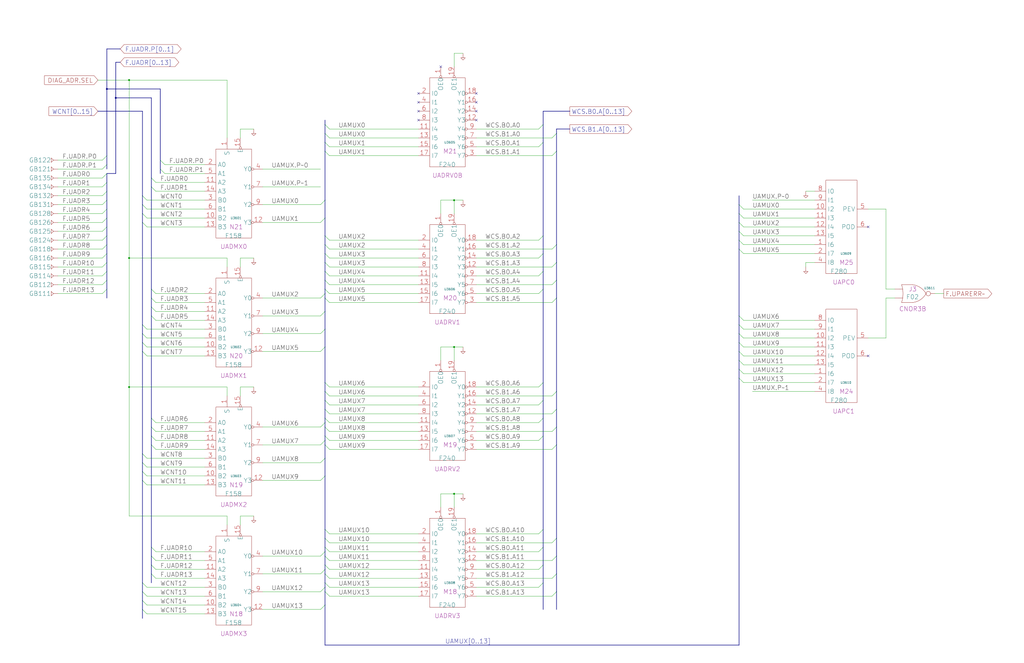
<source format=kicad_sch>
(kicad_sch (version 20250114) (generator "eeschema") (generator_version "9.0")
  (paper "User" 584.2 378.46)
  (title_block (title "WCS ADDRESS\\nMUX, DRIVERS, AND PARITY") (date "20-MAR-90") (rev "1.0") (comment 1 "FIU") (comment 2 "232-003065") (comment 3 "S400") (comment 4 "RELEASED"))
  (lib_symbols
    (symbol "r1000:F02" (pin_numbers (hide yes)) (pin_names (hide yes))
      (property "Reference" "U" (at 12.16 0.635 0))
      (property "Value" "F02" (at -1.27 -4.445 0))
      (property "Location" "___" (at 2.54 0 0))
      (property "Name" "______" (at 2.54 -12.7 0))
      (symbol "F02_0_1"
        (arc (start -3.81 2.54) (mid -2.9847 -2.54) (end -3.81 -7.62) (stroke (width 0.1524)))
        (polyline (pts (xy -5.08 0) (xy -3.175 0)) (stroke (width 0.1524)))
        (polyline (pts (xy -5.08 -5.08) (xy -3.175 -5.08)) (stroke (width 0.1524)))
        (polyline (pts (xy -3.81 2.54) (xy 2.54 2.54)) (stroke (width 0.1524)))
        (polyline (pts (xy -3.81 -7.62) (xy 2.54 -7.62)) (stroke (width 0.1524)))
        (arc (start 2.54 2.54) (mid 6.9477 0.8966) (end 10.16 -2.54) (stroke (width 0.1524)))
        (arc (start 10.16 -2.54) (mid 6.9515 -5.9823) (end 2.54 -7.62) (stroke (width 0.1524)))
        (circle (center 11.43 -2.54) (radius 1.27) (stroke (width 0.1524)))
        (polyline (pts (xy 13.97 -2.54) (xy 12.7 -2.54)) (stroke (width 0.1524)))
      )
      (symbol "F02_0_2"
        (circle (center -3.81 0) (radius 1.27) (stroke (width 0.1524)))
        (circle (center -3.81 -5.08) (radius 1.27) (stroke (width 0.1524)))
        (polyline (pts (xy -2.54 2.54) (xy -2.54 -7.62)) (stroke (width 0.1524)))
        (polyline (pts (xy -2.54 2.54) (xy 5.08 2.54)) (stroke (width 0.1524)))
        (polyline (pts (xy -2.54 -7.62) (xy 5.08 -7.62)) (stroke (width 0.1524)))
        (arc (start 5.08 2.54) (mid 10.1281 -2.54) (end 5.08 -7.62) (stroke (width 0.1524)))
        (polyline (pts (xy 11.43 -2.54) (xy 10.16 -2.54)) (stroke (width 0.1524)))
        (polyline (pts (xy 11.43 -2.54) (xy 12.7 -2.54)) (stroke (width 0.1524)))
      )
      (symbol "F02_1_1"
        (pin input line (at -7.62 0 0) (length 2.54) (name "D0") (number "1"))
        (pin input line (at -7.62 -5.08 0) (length 2.54) (name "D1") (number "2"))
        (pin output line (at 15.24 -2.54 180) (length 1.27) (name "Q") (number "3"))
      )
      (symbol "F02_1_2"
        (pin input line (at -7.62 0 0) (length 2.54) (name "D0") (number "1"))
        (pin input line (at -7.62 -5.08 0) (length 2.54) (name "D1") (number "2"))
        (pin output line (at 15.24 -2.54 180) (length 2.54) (name "Q") (number "3"))
      )
    )
    (symbol "r1000:F158" (pin_names (offset 1.016))
      (property "Reference" "U" (at 2.54 5.08 0))
      (property "Value" "F158" (at -3.81 -5.08 0))
      (property "Location" "___" (at -1.27 0 0))
      (property "Name" "______" (at 1.27 -12.7 0))
      (symbol "F158_1_1"
        (rectangle (start -8.89 44.45) (end 11.43 -6.35))
        (circle (center 5.08 45.085) (radius 0.635))
        (circle (center 12.065 33.02) (radius 0.635))
        (circle (center 12.065 22.86) (radius 0.635))
        (circle (center 12.065 12.7) (radius 0.635))
        (circle (center 12.065 2.54) (radius 0.635))
        (pin input line (at -15.24 35.56 0) (length 6.35) (name "A0") (number "2"))
        (pin input line (at -15.24 30.48 0) (length 6.35) (name "A1") (number "5"))
        (pin input line (at -15.24 25.4 0) (length 6.35) (name "A2") (number "11"))
        (pin input line (at -15.24 20.32 0) (length 6.35) (name "A3") (number "14"))
        (pin input line (at -15.24 15.24 0) (length 6.35) (name "B0") (number "3"))
        (pin input line (at -15.24 10.16 0) (length 6.35) (name "B1") (number "6"))
        (pin input line (at -15.24 5.08 0) (length 6.35) (name "B2") (number "10"))
        (pin input line (at -15.24 0 0) (length 6.35) (name "B3") (number "13"))
        (pin input line (at -2.54 50.8 270) (length 6.35) (name "S") (number "1"))
        (pin input line (at 5.08 50.8 270) (length 5.08) (name "E") (number "15"))
        (pin output line (at 17.78 33.02 180) (length 5.08) (name "Y0") (number "4"))
        (pin output line (at 17.78 22.86 180) (length 5.08) (name "Y1") (number "7"))
        (pin output line (at 17.78 12.7 180) (length 5.08) (name "Y2") (number "9"))
        (pin output line (at 17.78 2.54 180) (length 5.08) (name "Y3") (number "12"))
      )
    )
    (symbol "r1000:F240" (pin_names (offset 1.016))
      (property "Reference" "U" (at 2.54 5.08 0))
      (property "Value" "F240" (at -3.81 -7.62 0))
      (property "Location" "___" (at -1.27 0 0))
      (property "Name" "______" (at 1.27 -15.24 0))
      (symbol "F240_1_1"
        (rectangle (start -8.89 41.91) (end 11.43 -8.89))
        (circle (center -2.54 42.545) (radius 0.635))
        (circle (center 5.08 42.545) (radius 0.635))
        (circle (center 12.065 33.02) (radius 0.635))
        (circle (center 12.065 27.94) (radius 0.635))
        (circle (center 12.065 22.86) (radius 0.635))
        (circle (center 12.065 17.78) (radius 0.635))
        (circle (center 12.065 12.7) (radius 0.635))
        (circle (center 12.065 7.62) (radius 0.635))
        (circle (center 12.065 2.54) (radius 0.635))
        (circle (center 12.065 -2.54) (radius 0.635))
        (pin input line (at -15.24 33.02 0) (length 6.35) (name "I0") (number "2"))
        (pin input line (at -15.24 27.94 0) (length 6.35) (name "I1") (number "4"))
        (pin input line (at -15.24 22.86 0) (length 6.35) (name "I2") (number "6"))
        (pin input line (at -15.24 17.78 0) (length 6.35) (name "I3") (number "8"))
        (pin input line (at -15.24 12.7 0) (length 6.35) (name "I4") (number "11"))
        (pin input line (at -15.24 7.62 0) (length 6.35) (name "I5") (number "13"))
        (pin input line (at -15.24 2.54 0) (length 6.35) (name "I6") (number "15"))
        (pin input line (at -15.24 -2.54 0) (length 6.35) (name "I7") (number "17"))
        (pin input line (at -2.54 48.26 270) (length 5.08) (name "OE0") (number "1"))
        (pin input line (at 5.08 48.26 270) (length 5.08) (name "OE1") (number "19"))
        (pin tri_state line (at 17.78 33.02 180) (length 5.08) (name "Y0") (number "18"))
        (pin tri_state line (at 17.78 27.94 180) (length 5.08) (name "Y1") (number "16"))
        (pin tri_state line (at 17.78 22.86 180) (length 5.08) (name "Y2") (number "14"))
        (pin tri_state line (at 17.78 17.78 180) (length 5.08) (name "Y3") (number "12"))
        (pin tri_state line (at 17.78 12.7 180) (length 5.08) (name "Y4") (number "9"))
        (pin tri_state line (at 17.78 7.62 180) (length 5.08) (name "Y5") (number "7"))
        (pin tri_state line (at 17.78 2.54 180) (length 5.08) (name "Y6") (number "5"))
        (pin tri_state line (at 17.78 -2.54 180) (length 5.08) (name "Y7") (number "3"))
      )
    )
    (symbol "r1000:F280" (pin_names (offset 1.016))
      (property "Reference" "U" (at 2.54 5.08 0))
      (property "Value" "F280" (at -6.35 -5.08 0))
      (property "Location" "___" (at -1.27 0 0))
      (property "Name" "______" (at 1.27 -12.7 0))
      (symbol "F280_1_1"
        (rectangle (start -8.89 46.99) (end 8.89 -6.35))
        (pin input line (at -15.24 40.64 0) (length 6.35) (name "I0") (number "8"))
        (pin input line (at -15.24 35.56 0) (length 6.35) (name "I1") (number "9"))
        (pin input line (at -15.24 30.48 0) (length 6.35) (name "I2") (number "10"))
        (pin input line (at -15.24 25.4 0) (length 6.35) (name "I3") (number "11"))
        (pin input line (at -15.24 20.32 0) (length 6.35) (name "I4") (number "12"))
        (pin input line (at -15.24 15.24 0) (length 6.35) (name "I5") (number "13"))
        (pin input line (at -15.24 10.16 0) (length 6.35) (name "I6") (number "1"))
        (pin input line (at -15.24 5.08 0) (length 6.35) (name "I7") (number "2"))
        (pin input line (at -15.24 0 0) (length 6.35) (name "I8") (number "4"))
        (pin output line (at 15.24 30.48 180) (length 6.35) (name "PEV") (number "5"))
        (pin output line (at 15.24 20.32 180) (length 6.35) (name "POD") (number "6"))
      )
    )
    (symbol "r1000:GB" (pin_numbers (hide yes)) (pin_names (offset 0) (hide yes))
      (property "Reference" "GB" (at 3.81 0 0))
      (symbol "GB_0_1"
        (polyline (pts (xy 2.54 0) (xy 3.81 1.27) (xy 3.81 -1.27) (xy 2.54 0)) (stroke (width 0.1524)))
      )
      (symbol "GB_1_1"
        (pin bidirectional line (at 0 0 0) (length 2.54) (name "") (number "1"))
      )
    )
    (symbol "r1000:PD" (power) (pin_numbers (hide yes)) (pin_names (hide yes)) (in_bom no)
      (symbol "PD_0_1"
        (polyline (pts (xy 0 -2.54) (xy 1.27 -2.54) (xy 0 -3.81) (xy -1.27 -2.54) (xy 0 -2.54)) (stroke (width 0.1524)))
      )
      (symbol "PD_1_1"
        (pin power_in line (at 0 0 270) (length 2.54) (name "PD") (number "1"))
      )
    )
  )
  (junction (at 259.08 281.94))
  (junction (at 66.04 55.88))
  (junction (at 259.08 114.3))
  (junction (at 60.96 50.8))
  (junction (at 73.66 147.32))
  (junction (at 259.08 198.12))
  (junction (at 73.66 220.98))
  (junction (at 73.66 45.72))
  (no_connect (at 238.76 58.42))
  (no_connect (at 495.3 203.2))
  (no_connect (at 271.78 53.34))
  (no_connect (at 238.76 68.58))
  (no_connect (at 271.78 63.5))
  (no_connect (at 238.76 63.5))
  (no_connect (at 251.46 38.1))
  (no_connect (at 271.78 68.58))
  (no_connect (at 238.76 53.34))
  (no_connect (at 271.78 58.42))
  (no_connect (at 495.3 129.54))
  (bus_entry (at 317.5 317.5) (size -2.54 2.54))
  (bus_entry (at 185.42 177.8) (size -2.54 2.54))
  (bus_entry (at 185.42 167.64) (size -2.54 2.54))
  (bus_entry (at 185.42 144.78) (size 2.54 2.54))
  (bus_entry (at 60.96 134.62) (size -2.54 2.54))
  (bus_entry (at 60.96 93.98) (size -2.54 2.54))
  (bus_entry (at 185.42 243.84) (size 2.54 2.54))
  (bus_entry (at 185.42 332.74) (size 2.54 2.54))
  (bus_entry (at 81.28 121.92) (size 2.54 2.54))
  (bus_entry (at 81.28 195.58) (size 2.54 2.54))
  (bus_entry (at 317.5 160.02) (size -2.54 2.54))
  (bus_entry (at 309.88 302.26) (size -2.54 2.54))
  (bus_entry (at 185.42 233.68) (size 2.54 2.54))
  (bus_entry (at 317.5 337.82) (size -2.54 2.54))
  (bus_entry (at 185.42 86.36) (size 2.54 2.54))
  (bus_entry (at 185.42 198.12) (size -2.54 2.54))
  (bus_entry (at 60.96 119.38) (size -2.54 2.54))
  (bus_entry (at 185.42 327.66) (size 2.54 2.54))
  (bus_entry (at 309.88 154.94) (size -2.54 2.54))
  (bus_entry (at 81.28 200.66) (size 2.54 2.54))
  (bus_entry (at 317.5 139.7) (size -2.54 2.54))
  (bus_entry (at 185.42 218.44) (size 2.54 2.54))
  (bus_entry (at 421.64 142.24) (size 2.54 2.54))
  (bus_entry (at 317.5 223.52) (size -2.54 2.54))
  (bus_entry (at 185.42 307.34) (size 2.54 2.54))
  (bus_entry (at 185.42 248.92) (size 2.54 2.54))
  (bus_entry (at 185.42 261.62) (size -2.54 2.54))
  (bus_entry (at 309.88 312.42) (size -2.54 2.54))
  (bus_entry (at 185.42 335.28) (size -2.54 2.54))
  (bus_entry (at 317.5 149.86) (size -2.54 2.54))
  (bus_entry (at 86.36 322.58) (size 2.54 2.54))
  (bus_entry (at 421.64 121.92) (size 2.54 2.54))
  (bus_entry (at 309.88 248.92) (size -2.54 2.54))
  (bus_entry (at 185.42 325.12) (size -2.54 2.54))
  (bus_entry (at 309.88 322.58) (size -2.54 2.54))
  (bus_entry (at 421.64 185.42) (size 2.54 2.54))
  (bus_entry (at 91.44 96.52) (size 2.54 2.54))
  (bus_entry (at 185.42 81.28) (size 2.54 2.54))
  (bus_entry (at 185.42 76.2) (size 2.54 2.54))
  (bus_entry (at 421.64 195.58) (size 2.54 2.54))
  (bus_entry (at 185.42 154.94) (size 2.54 2.54))
  (bus_entry (at 185.42 160.02) (size 2.54 2.54))
  (bus_entry (at 317.5 243.84) (size -2.54 2.54))
  (bus_entry (at 86.36 238.76) (size 2.54 2.54))
  (bus_entry (at 317.5 233.68) (size -2.54 2.54))
  (bus_entry (at 309.88 165.1) (size -2.54 2.54))
  (bus_entry (at 81.28 269.24) (size 2.54 2.54))
  (bus_entry (at 421.64 190.5) (size 2.54 2.54))
  (bus_entry (at 185.42 170.18) (size 2.54 2.54))
  (bus_entry (at 91.44 91.44) (size 2.54 2.54))
  (bus_entry (at 317.5 327.66) (size -2.54 2.54))
  (bus_entry (at 317.5 254) (size -2.54 2.54))
  (bus_entry (at 309.88 238.76) (size -2.54 2.54))
  (bus_entry (at 60.96 114.3) (size -2.54 2.54))
  (bus_entry (at 185.42 302.26) (size 2.54 2.54))
  (bus_entry (at 81.28 127) (size 2.54 2.54))
  (bus_entry (at 185.42 228.6) (size 2.54 2.54))
  (bus_entry (at 309.88 144.78) (size -2.54 2.54))
  (bus_entry (at 60.96 149.86) (size -2.54 2.54))
  (bus_entry (at 185.42 223.52) (size 2.54 2.54))
  (bus_entry (at 185.42 71.12) (size 2.54 2.54))
  (bus_entry (at 60.96 165.1) (size -2.54 2.54))
  (bus_entry (at 185.42 314.96) (size -2.54 2.54))
  (bus_entry (at 185.42 134.62) (size 2.54 2.54))
  (bus_entry (at 317.5 307.34) (size -2.54 2.54))
  (bus_entry (at 185.42 165.1) (size 2.54 2.54))
  (bus_entry (at 86.36 170.18) (size 2.54 2.54))
  (bus_entry (at 185.42 317.5) (size 2.54 2.54))
  (bus_entry (at 81.28 274.32) (size 2.54 2.54))
  (bus_entry (at 185.42 254) (size 2.54 2.54))
  (bus_entry (at 185.42 322.58) (size 2.54 2.54))
  (bus_entry (at 86.36 243.84) (size 2.54 2.54))
  (bus_entry (at 185.42 124.46) (size -2.54 2.54))
  (bus_entry (at 60.96 88.9) (size -2.54 2.54))
  (bus_entry (at 60.96 154.94) (size -2.54 2.54))
  (bus_entry (at 421.64 210.82) (size 2.54 2.54))
  (bus_entry (at 81.28 342.9) (size 2.54 2.54))
  (bus_entry (at 309.88 134.62) (size -2.54 2.54))
  (bus_entry (at 60.96 99.06) (size -2.54 2.54))
  (bus_entry (at 185.42 241.3) (size -2.54 2.54))
  (bus_entry (at 86.36 317.5) (size 2.54 2.54))
  (bus_entry (at 81.28 190.5) (size 2.54 2.54))
  (bus_entry (at 309.88 81.28) (size -2.54 2.54))
  (bus_entry (at 421.64 127) (size 2.54 2.54))
  (bus_entry (at 185.42 114.3) (size -2.54 2.54))
  (bus_entry (at 60.96 144.78) (size -2.54 2.54))
  (bus_entry (at 60.96 129.54) (size -2.54 2.54))
  (bus_entry (at 81.28 332.74) (size 2.54 2.54))
  (bus_entry (at 81.28 259.08) (size 2.54 2.54))
  (bus_entry (at 60.96 104.14) (size -2.54 2.54))
  (bus_entry (at 81.28 185.42) (size 2.54 2.54))
  (bus_entry (at 309.88 332.74) (size -2.54 2.54))
  (bus_entry (at 185.42 149.86) (size 2.54 2.54))
  (bus_entry (at 421.64 180.34) (size 2.54 2.54))
  (bus_entry (at 81.28 116.84) (size 2.54 2.54))
  (bus_entry (at 421.64 200.66) (size 2.54 2.54))
  (bus_entry (at 421.64 132.08) (size 2.54 2.54))
  (bus_entry (at 60.96 139.7) (size -2.54 2.54))
  (bus_entry (at 421.64 116.84) (size 2.54 2.54))
  (bus_entry (at 185.42 337.82) (size 2.54 2.54))
  (bus_entry (at 60.96 124.46) (size -2.54 2.54))
  (bus_entry (at 81.28 347.98) (size 2.54 2.54))
  (bus_entry (at 309.88 71.12) (size -2.54 2.54))
  (bus_entry (at 86.36 312.42) (size 2.54 2.54))
  (bus_entry (at 317.5 170.18) (size -2.54 2.54))
  (bus_entry (at 185.42 139.7) (size 2.54 2.54))
  (bus_entry (at 86.36 248.92) (size 2.54 2.54))
  (bus_entry (at 185.42 345.44) (size -2.54 2.54))
  (bus_entry (at 317.5 76.2) (size -2.54 2.54))
  (bus_entry (at 60.96 109.22) (size -2.54 2.54))
  (bus_entry (at 421.64 137.16) (size 2.54 2.54))
  (bus_entry (at 185.42 238.76) (size 2.54 2.54))
  (bus_entry (at 421.64 205.74) (size 2.54 2.54))
  (bus_entry (at 309.88 228.6) (size -2.54 2.54))
  (bus_entry (at 86.36 180.34) (size 2.54 2.54))
  (bus_entry (at 185.42 312.42) (size 2.54 2.54))
  (bus_entry (at 86.36 106.68) (size 2.54 2.54))
  (bus_entry (at 86.36 165.1) (size 2.54 2.54))
  (bus_entry (at 421.64 215.9) (size 2.54 2.54))
  (bus_entry (at 185.42 271.78) (size -2.54 2.54))
  (bus_entry (at 60.96 160.02) (size -2.54 2.54))
  (bus_entry (at 86.36 254) (size 2.54 2.54))
  (bus_entry (at 81.28 337.82) (size 2.54 2.54))
  (bus_entry (at 309.88 218.44) (size -2.54 2.54))
  (bus_entry (at 317.5 86.36) (size -2.54 2.54))
  (bus_entry (at 185.42 187.96) (size -2.54 2.54))
  (bus_entry (at 81.28 264.16) (size 2.54 2.54))
  (bus_entry (at 81.28 111.76) (size 2.54 2.54))
  (bus_entry (at 86.36 175.26) (size 2.54 2.54))
  (bus_entry (at 185.42 251.46) (size -2.54 2.54))
  (bus_entry (at 86.36 101.6) (size 2.54 2.54))
  (bus_entry (at 86.36 327.66) (size 2.54 2.54))
  (bus (pts (xy 86.36 170.18) (xy 86.36 175.26)))
  (wire (pts (xy 187.96 157.48) (xy 238.76 157.48)))
  (bus (pts (xy 317.5 327.66) (xy 317.5 337.82)))
  (wire (pts (xy 33.02 96.52) (xy 58.42 96.52)))
  (wire (pts (xy 83.82 119.38) (xy 116.84 119.38)))
  (wire (pts (xy 271.78 256.54) (xy 314.96 256.54)))
  (wire (pts (xy 271.78 83.82) (xy 307.34 83.82)))
  (wire (pts (xy 187.96 162.56) (xy 238.76 162.56)))
  (wire (pts (xy 505.46 165.1) (xy 510.54 165.1)))
  (wire (pts (xy 187.96 241.3) (xy 238.76 241.3)))
  (bus (pts (xy 317.5 254) (xy 317.5 307.34)))
  (wire (pts (xy 149.86 243.84) (xy 182.88 243.84)))
  (wire (pts (xy 251.46 289.56) (xy 251.46 281.94)))
  (wire (pts (xy 55.88 45.72) (xy 73.66 45.72)))
  (bus (pts (xy 81.28 274.32) (xy 81.28 332.74)))
  (bus (pts (xy 185.42 160.02) (xy 185.42 165.1)))
  (wire (pts (xy 33.02 127) (xy 58.42 127)))
  (wire (pts (xy 149.86 170.18) (xy 182.88 170.18)))
  (wire (pts (xy 149.86 347.98) (xy 182.88 347.98)))
  (bus (pts (xy 185.42 124.46) (xy 185.42 134.62)))
  (wire (pts (xy 187.96 335.28) (xy 238.76 335.28)))
  (bus (pts (xy 185.42 307.34) (xy 185.42 312.42)))
  (bus (pts (xy 317.5 160.02) (xy 317.5 170.18)))
  (wire (pts (xy 83.82 276.86) (xy 116.84 276.86)))
  (wire (pts (xy 259.08 289.56) (xy 259.08 281.94)))
  (wire (pts (xy 271.78 231.14) (xy 307.34 231.14)))
  (wire (pts (xy 93.98 99.06) (xy 116.84 99.06)))
  (wire (pts (xy 424.18 203.2) (xy 464.82 203.2)))
  (bus (pts (xy 60.96 129.54) (xy 60.96 134.62)))
  (bus (pts (xy 60.96 144.78) (xy 60.96 149.86)))
  (bus (pts (xy 81.28 63.5) (xy 81.28 111.76)))
  (wire (pts (xy 187.96 325.12) (xy 238.76 325.12)))
  (wire (pts (xy 251.46 121.92) (xy 251.46 114.3)))
  (wire (pts (xy 187.96 137.16) (xy 238.76 137.16)))
  (wire (pts (xy 83.82 114.3) (xy 116.84 114.3)))
  (bus (pts (xy 309.88 63.5) (xy 309.88 71.12)))
  (bus (pts (xy 86.36 312.42) (xy 86.36 317.5)))
  (bus (pts (xy 317.5 139.7) (xy 317.5 149.86)))
  (bus (pts (xy 86.36 254) (xy 86.36 312.42)))
  (bus (pts (xy 185.42 177.8) (xy 185.42 187.96)))
  (wire (pts (xy 83.82 203.2) (xy 116.84 203.2)))
  (bus (pts (xy 185.42 271.78) (xy 185.42 302.26)))
  (wire (pts (xy 149.86 327.66) (xy 182.88 327.66)))
  (wire (pts (xy 33.02 142.24) (xy 58.42 142.24)))
  (wire (pts (xy 149.86 96.52) (xy 182.88 96.52)))
  (wire (pts (xy 424.18 139.7) (xy 464.82 139.7)))
  (bus (pts (xy 185.42 170.18) (xy 185.42 177.8)))
  (wire (pts (xy 83.82 124.46) (xy 116.84 124.46)))
  (bus (pts (xy 81.28 200.66) (xy 81.28 259.08)))
  (wire (pts (xy 187.96 246.38) (xy 238.76 246.38)))
  (wire (pts (xy 271.78 167.64) (xy 307.34 167.64)))
  (wire (pts (xy 88.9 314.96) (xy 116.84 314.96)))
  (bus (pts (xy 317.5 243.84) (xy 317.5 254)))
  (wire (pts (xy 88.9 104.14) (xy 116.84 104.14)))
  (wire (pts (xy 129.54 299.72) (xy 129.54 294.64)))
  (wire (pts (xy 424.18 213.36) (xy 464.82 213.36)))
  (bus (pts (xy 60.96 27.94) (xy 68.58 27.94)))
  (wire (pts (xy 33.02 132.08) (xy 58.42 132.08)))
  (wire (pts (xy 251.46 114.3) (xy 259.08 114.3)))
  (bus (pts (xy 309.88 218.44) (xy 309.88 228.6)))
  (bus (pts (xy 60.96 124.46) (xy 60.96 129.54)))
  (wire (pts (xy 88.9 251.46) (xy 116.84 251.46)))
  (bus (pts (xy 421.64 111.76) (xy 421.64 116.84)))
  (wire (pts (xy 83.82 129.54) (xy 116.84 129.54)))
  (wire (pts (xy 149.86 254) (xy 182.88 254)))
  (wire (pts (xy 88.9 177.8) (xy 116.84 177.8)))
  (wire (pts (xy 83.82 350.52) (xy 116.84 350.52)))
  (bus (pts (xy 421.64 180.34) (xy 421.64 185.42)))
  (wire (pts (xy 73.66 220.98) (xy 73.66 147.32)))
  (wire (pts (xy 73.66 147.32) (xy 73.66 45.72)))
  (wire (pts (xy 424.18 218.44) (xy 464.82 218.44)))
  (bus (pts (xy 185.42 345.44) (xy 185.42 368.3)))
  (wire (pts (xy 251.46 198.12) (xy 259.08 198.12)))
  (wire (pts (xy 129.54 152.4) (xy 129.54 147.32)))
  (wire (pts (xy 187.96 83.82) (xy 238.76 83.82)))
  (wire (pts (xy 187.96 88.9) (xy 238.76 88.9)))
  (wire (pts (xy 459.74 149.86) (xy 459.74 152.4)))
  (wire (pts (xy 187.96 147.32) (xy 238.76 147.32)))
  (wire (pts (xy 83.82 271.78) (xy 116.84 271.78)))
  (bus (pts (xy 185.42 302.26) (xy 185.42 307.34)))
  (bus (pts (xy 317.5 73.66) (xy 317.5 76.2)))
  (bus (pts (xy 66.04 55.88) (xy 66.04 35.56)))
  (bus (pts (xy 309.88 248.92) (xy 309.88 302.26)))
  (wire (pts (xy 259.08 198.12) (xy 264.16 198.12)))
  (wire (pts (xy 259.08 114.3) (xy 264.16 114.3)))
  (wire (pts (xy 33.02 157.48) (xy 58.42 157.48)))
  (wire (pts (xy 33.02 101.6) (xy 58.42 101.6)))
  (bus (pts (xy 86.36 243.84) (xy 86.36 248.92)))
  (bus (pts (xy 81.28 259.08) (xy 81.28 264.16)))
  (wire (pts (xy 129.54 220.98) (xy 73.66 220.98)))
  (bus (pts (xy 317.5 73.66) (xy 325.12 73.66)))
  (wire (pts (xy 88.9 241.3) (xy 116.84 241.3)))
  (wire (pts (xy 187.96 340.36) (xy 238.76 340.36)))
  (wire (pts (xy 424.18 129.54) (xy 464.82 129.54)))
  (wire (pts (xy 187.96 314.96) (xy 238.76 314.96)))
  (bus (pts (xy 60.96 109.22) (xy 60.96 114.3)))
  (bus (pts (xy 185.42 114.3) (xy 185.42 124.46)))
  (wire (pts (xy 33.02 167.64) (xy 58.42 167.64)))
  (bus (pts (xy 421.64 185.42) (xy 421.64 190.5)))
  (wire (pts (xy 187.96 320.04) (xy 238.76 320.04)))
  (wire (pts (xy 464.82 149.86) (xy 459.74 149.86)))
  (wire (pts (xy 88.9 246.38) (xy 116.84 246.38)))
  (bus (pts (xy 185.42 241.3) (xy 185.42 243.84)))
  (wire (pts (xy 149.86 106.68) (xy 182.88 106.68)))
  (wire (pts (xy 137.16 78.74) (xy 137.16 73.66)))
  (wire (pts (xy 271.78 309.88) (xy 314.96 309.88)))
  (bus (pts (xy 60.96 99.06) (xy 66.04 99.06)))
  (wire (pts (xy 33.02 111.76) (xy 58.42 111.76)))
  (wire (pts (xy 149.86 127) (xy 182.88 127)))
  (bus (pts (xy 185.42 167.64) (xy 185.42 170.18)))
  (wire (pts (xy 137.16 226.06) (xy 137.16 220.98)))
  (wire (pts (xy 129.54 147.32) (xy 73.66 147.32)))
  (bus (pts (xy 309.88 165.1) (xy 309.88 218.44)))
  (bus (pts (xy 421.64 215.9) (xy 421.64 368.3)))
  (wire (pts (xy 83.82 345.44) (xy 116.84 345.44)))
  (wire (pts (xy 129.54 78.74) (xy 129.54 45.72)))
  (bus (pts (xy 317.5 170.18) (xy 317.5 223.52)))
  (bus (pts (xy 60.96 160.02) (xy 60.96 165.1)))
  (bus (pts (xy 86.36 238.76) (xy 86.36 243.84)))
  (bus (pts (xy 81.28 111.76) (xy 81.28 116.84)))
  (bus (pts (xy 185.42 187.96) (xy 185.42 198.12)))
  (wire (pts (xy 137.16 73.66) (xy 144.78 73.66)))
  (bus (pts (xy 421.64 210.82) (xy 421.64 215.9)))
  (wire (pts (xy 429.26 223.52) (xy 464.82 223.52)))
  (wire (pts (xy 424.18 119.38) (xy 464.82 119.38)))
  (bus (pts (xy 86.36 322.58) (xy 86.36 327.66)))
  (wire (pts (xy 88.9 330.2) (xy 116.84 330.2)))
  (wire (pts (xy 83.82 340.36) (xy 116.84 340.36)))
  (wire (pts (xy 271.78 157.48) (xy 307.34 157.48)))
  (wire (pts (xy 424.18 182.88) (xy 464.82 182.88)))
  (bus (pts (xy 60.96 50.8) (xy 60.96 88.9)))
  (wire (pts (xy 33.02 106.68) (xy 58.42 106.68)))
  (bus (pts (xy 81.28 342.9) (xy 81.28 347.98)))
  (wire (pts (xy 251.46 281.94) (xy 259.08 281.94)))
  (bus (pts (xy 81.28 195.58) (xy 81.28 200.66)))
  (bus (pts (xy 185.42 68.58) (xy 185.42 71.12)))
  (wire (pts (xy 187.96 220.98) (xy 238.76 220.98)))
  (bus (pts (xy 309.88 312.42) (xy 309.88 322.58)))
  (wire (pts (xy 459.74 109.22) (xy 464.82 109.22)))
  (bus (pts (xy 421.64 190.5) (xy 421.64 195.58)))
  (wire (pts (xy 187.96 256.54) (xy 238.76 256.54)))
  (wire (pts (xy 137.16 294.64) (xy 144.78 294.64)))
  (wire (pts (xy 424.18 208.28) (xy 464.82 208.28)))
  (wire (pts (xy 259.08 38.1) (xy 259.08 30.48)))
  (bus (pts (xy 185.42 251.46) (xy 185.42 254)))
  (bus (pts (xy 66.04 99.06) (xy 66.04 55.88)))
  (wire (pts (xy 149.86 337.82) (xy 182.88 337.82)))
  (wire (pts (xy 259.08 30.48) (xy 264.16 30.48)))
  (bus (pts (xy 185.42 248.92) (xy 185.42 251.46)))
  (bus (pts (xy 185.42 223.52) (xy 185.42 228.6)))
  (wire (pts (xy 129.54 226.06) (xy 129.54 220.98)))
  (wire (pts (xy 33.02 152.4) (xy 58.42 152.4)))
  (wire (pts (xy 271.78 137.16) (xy 307.34 137.16)))
  (wire (pts (xy 187.96 309.88) (xy 238.76 309.88)))
  (bus (pts (xy 317.5 307.34) (xy 317.5 317.5)))
  (wire (pts (xy 424.18 187.96) (xy 464.82 187.96)))
  (wire (pts (xy 271.78 241.3) (xy 307.34 241.3)))
  (wire (pts (xy 187.96 236.22) (xy 238.76 236.22)))
  (bus (pts (xy 421.64 200.66) (xy 421.64 205.74)))
  (wire (pts (xy 271.78 325.12) (xy 307.34 325.12)))
  (wire (pts (xy 33.02 162.56) (xy 58.42 162.56)))
  (bus (pts (xy 309.88 332.74) (xy 309.88 347.98)))
  (wire (pts (xy 129.54 294.64) (xy 73.66 294.64)))
  (wire (pts (xy 88.9 256.54) (xy 116.84 256.54)))
  (wire (pts (xy 149.86 317.5) (xy 182.88 317.5)))
  (bus (pts (xy 421.64 205.74) (xy 421.64 210.82)))
  (wire (pts (xy 271.78 330.2) (xy 314.96 330.2)))
  (wire (pts (xy 271.78 236.22) (xy 314.96 236.22)))
  (bus (pts (xy 91.44 91.44) (xy 91.44 96.52)))
  (bus (pts (xy 86.36 106.68) (xy 86.36 165.1)))
  (wire (pts (xy 187.96 167.64) (xy 238.76 167.64)))
  (wire (pts (xy 271.78 320.04) (xy 314.96 320.04)))
  (bus (pts (xy 309.88 322.58) (xy 309.88 332.74)))
  (wire (pts (xy 505.46 119.38) (xy 505.46 165.1)))
  (wire (pts (xy 88.9 182.88) (xy 116.84 182.88)))
  (wire (pts (xy 187.96 142.24) (xy 238.76 142.24)))
  (bus (pts (xy 86.36 55.88) (xy 86.36 101.6)))
  (bus (pts (xy 309.88 302.26) (xy 309.88 312.42)))
  (bus (pts (xy 421.64 132.08) (xy 421.64 137.16)))
  (bus (pts (xy 185.42 322.58) (xy 185.42 325.12)))
  (wire (pts (xy 251.46 205.74) (xy 251.46 198.12)))
  (bus (pts (xy 91.44 50.8) (xy 60.96 50.8)))
  (wire (pts (xy 271.78 226.06) (xy 314.96 226.06)))
  (wire (pts (xy 88.9 320.04) (xy 116.84 320.04)))
  (wire (pts (xy 424.18 134.62) (xy 464.82 134.62)))
  (wire (pts (xy 429.26 114.3) (xy 464.82 114.3)))
  (bus (pts (xy 86.36 55.88) (xy 66.04 55.88)))
  (bus (pts (xy 185.42 327.66) (xy 185.42 332.74)))
  (bus (pts (xy 60.96 88.9) (xy 60.96 93.98)))
  (wire (pts (xy 149.86 200.66) (xy 182.88 200.66)))
  (bus (pts (xy 421.64 142.24) (xy 421.64 180.34)))
  (wire (pts (xy 83.82 266.7) (xy 116.84 266.7)))
  (bus (pts (xy 421.64 116.84) (xy 421.64 121.92)))
  (bus (pts (xy 60.96 99.06) (xy 60.96 104.14)))
  (wire (pts (xy 271.78 172.72) (xy 314.96 172.72)))
  (bus (pts (xy 185.42 317.5) (xy 185.42 322.58)))
  (bus (pts (xy 81.28 264.16) (xy 81.28 269.24)))
  (wire (pts (xy 187.96 78.74) (xy 238.76 78.74)))
  (bus (pts (xy 81.28 121.92) (xy 81.28 127)))
  (bus (pts (xy 185.42 71.12) (xy 185.42 76.2)))
  (bus (pts (xy 185.42 261.62) (xy 185.42 271.78)))
  (bus (pts (xy 421.64 195.58) (xy 421.64 200.66)))
  (wire (pts (xy 187.96 330.2) (xy 238.76 330.2)))
  (bus (pts (xy 81.28 127) (xy 81.28 185.42)))
  (wire (pts (xy 271.78 251.46) (xy 307.34 251.46)))
  (wire (pts (xy 137.16 152.4) (xy 137.16 147.32)))
  (wire (pts (xy 149.86 190.5) (xy 182.88 190.5)))
  (bus (pts (xy 81.28 269.24) (xy 81.28 274.32)))
  (bus (pts (xy 185.42 332.74) (xy 185.42 335.28)))
  (bus (pts (xy 185.42 337.82) (xy 185.42 345.44)))
  (bus (pts (xy 60.96 149.86) (xy 60.96 154.94)))
  (wire (pts (xy 271.78 304.8) (xy 307.34 304.8)))
  (wire (pts (xy 271.78 152.4) (xy 314.96 152.4)))
  (wire (pts (xy 88.9 167.64) (xy 116.84 167.64)))
  (wire (pts (xy 33.02 116.84) (xy 58.42 116.84)))
  (bus (pts (xy 60.96 154.94) (xy 60.96 160.02)))
  (bus (pts (xy 81.28 190.5) (xy 81.28 195.58)))
  (bus (pts (xy 317.5 317.5) (xy 317.5 327.66)))
  (bus (pts (xy 86.36 327.66) (xy 86.36 332.74)))
  (bus (pts (xy 317.5 86.36) (xy 317.5 139.7)))
  (wire (pts (xy 271.78 147.32) (xy 307.34 147.32)))
  (bus (pts (xy 86.36 317.5) (xy 86.36 322.58)))
  (bus (pts (xy 60.96 134.62) (xy 60.96 139.7)))
  (bus (pts (xy 317.5 337.82) (xy 317.5 347.98)))
  (wire (pts (xy 259.08 205.74) (xy 259.08 198.12)))
  (bus (pts (xy 185.42 81.28) (xy 185.42 86.36)))
  (bus (pts (xy 86.36 175.26) (xy 86.36 180.34)))
  (wire (pts (xy 495.3 119.38) (xy 505.46 119.38)))
  (bus (pts (xy 185.42 198.12) (xy 185.42 218.44)))
  (wire (pts (xy 495.3 193.04) (xy 505.46 193.04)))
  (wire (pts (xy 424.18 198.12) (xy 464.82 198.12)))
  (bus (pts (xy 317.5 223.52) (xy 317.5 233.68)))
  (bus (pts (xy 185.42 238.76) (xy 185.42 241.3)))
  (bus (pts (xy 185.42 325.12) (xy 185.42 327.66)))
  (bus (pts (xy 309.88 71.12) (xy 309.88 81.28)))
  (bus (pts (xy 309.88 228.6) (xy 309.88 238.76)))
  (wire (pts (xy 187.96 152.4) (xy 238.76 152.4)))
  (bus (pts (xy 421.64 121.92) (xy 421.64 127)))
  (bus (pts (xy 86.36 101.6) (xy 86.36 106.68)))
  (bus (pts (xy 185.42 335.28) (xy 185.42 337.82)))
  (wire (pts (xy 271.78 220.98) (xy 307.34 220.98)))
  (bus (pts (xy 317.5 233.68) (xy 317.5 243.84)))
  (wire (pts (xy 83.82 261.62) (xy 116.84 261.62)))
  (wire (pts (xy 33.02 147.32) (xy 58.42 147.32)))
  (bus (pts (xy 185.42 76.2) (xy 185.42 81.28)))
  (bus (pts (xy 55.88 63.5) (xy 81.28 63.5)))
  (bus (pts (xy 60.96 27.94) (xy 60.96 50.8)))
  (bus (pts (xy 185.42 314.96) (xy 185.42 317.5)))
  (bus (pts (xy 185.42 165.1) (xy 185.42 167.64)))
  (wire (pts (xy 271.78 142.24) (xy 314.96 142.24)))
  (wire (pts (xy 424.18 193.04) (xy 464.82 193.04)))
  (bus (pts (xy 60.96 114.3) (xy 60.96 119.38)))
  (bus (pts (xy 185.42 243.84) (xy 185.42 248.92)))
  (bus (pts (xy 66.04 35.56) (xy 68.58 35.56)))
  (wire (pts (xy 259.08 281.94) (xy 264.16 281.94)))
  (bus (pts (xy 309.88 134.62) (xy 309.88 144.78)))
  (bus (pts (xy 185.42 233.68) (xy 185.42 238.76)))
  (bus (pts (xy 81.28 116.84) (xy 81.28 121.92)))
  (bus (pts (xy 317.5 76.2) (xy 317.5 86.36)))
  (bus (pts (xy 185.42 154.94) (xy 185.42 160.02)))
  (bus (pts (xy 421.64 127) (xy 421.64 132.08)))
  (wire (pts (xy 83.82 187.96) (xy 116.84 187.96)))
  (bus (pts (xy 185.42 254) (xy 185.42 261.62)))
  (bus (pts (xy 185.42 368.3) (xy 421.64 368.3)))
  (bus (pts (xy 185.42 139.7) (xy 185.42 144.78)))
  (bus (pts (xy 309.88 154.94) (xy 309.88 165.1)))
  (wire (pts (xy 93.98 93.98) (xy 116.84 93.98)))
  (wire (pts (xy 271.78 88.9) (xy 314.96 88.9)))
  (wire (pts (xy 259.08 121.92) (xy 259.08 114.3)))
  (wire (pts (xy 149.86 264.16) (xy 182.88 264.16)))
  (bus (pts (xy 81.28 185.42) (xy 81.28 190.5)))
  (wire (pts (xy 271.78 78.74) (xy 314.96 78.74)))
  (wire (pts (xy 137.16 147.32) (xy 144.78 147.32)))
  (bus (pts (xy 421.64 137.16) (xy 421.64 142.24)))
  (wire (pts (xy 424.18 124.46) (xy 464.82 124.46)))
  (wire (pts (xy 424.18 144.78) (xy 464.82 144.78)))
  (wire (pts (xy 149.86 274.32) (xy 182.88 274.32)))
  (bus (pts (xy 309.88 81.28) (xy 309.88 134.62)))
  (wire (pts (xy 149.86 180.34) (xy 182.88 180.34)))
  (wire (pts (xy 187.96 172.72) (xy 238.76 172.72)))
  (bus (pts (xy 86.36 180.34) (xy 86.36 238.76)))
  (wire (pts (xy 88.9 325.12) (xy 116.84 325.12)))
  (bus (pts (xy 185.42 134.62) (xy 185.42 139.7)))
  (bus (pts (xy 185.42 144.78) (xy 185.42 149.86)))
  (wire (pts (xy 187.96 73.66) (xy 238.76 73.66)))
  (bus (pts (xy 60.96 104.14) (xy 60.96 109.22)))
  (bus (pts (xy 60.96 165.1) (xy 60.96 170.18)))
  (bus (pts (xy 91.44 50.8) (xy 91.44 91.44)))
  (wire (pts (xy 505.46 193.04) (xy 505.46 170.18)))
  (wire (pts (xy 271.78 335.28) (xy 307.34 335.28)))
  (bus (pts (xy 309.88 238.76) (xy 309.88 248.92)))
  (wire (pts (xy 33.02 137.16) (xy 58.42 137.16)))
  (bus (pts (xy 185.42 228.6) (xy 185.42 233.68)))
  (wire (pts (xy 271.78 314.96) (xy 307.34 314.96)))
  (wire (pts (xy 187.96 304.8) (xy 238.76 304.8)))
  (wire (pts (xy 271.78 246.38) (xy 314.96 246.38)))
  (wire (pts (xy 88.9 109.22) (xy 116.84 109.22)))
  (wire (pts (xy 187.96 251.46) (xy 238.76 251.46)))
  (wire (pts (xy 149.86 116.84) (xy 182.88 116.84)))
  (bus (pts (xy 91.44 96.52) (xy 91.44 99.06)))
  (bus (pts (xy 60.96 139.7) (xy 60.96 144.78)))
  (bus (pts (xy 185.42 86.36) (xy 185.42 114.3)))
  (wire (pts (xy 88.9 172.72) (xy 116.84 172.72)))
  (bus (pts (xy 81.28 332.74) (xy 81.28 337.82)))
  (wire (pts (xy 271.78 162.56) (xy 314.96 162.56)))
  (bus (pts (xy 185.42 149.86) (xy 185.42 154.94)))
  (bus (pts (xy 185.42 218.44) (xy 185.42 223.52)))
  (wire (pts (xy 83.82 193.04) (xy 116.84 193.04)))
  (bus (pts (xy 309.88 63.5) (xy 325.12 63.5)))
  (wire (pts (xy 137.16 299.72) (xy 137.16 294.64)))
  (wire (pts (xy 129.54 45.72) (xy 73.66 45.72)))
  (bus (pts (xy 81.28 347.98) (xy 81.28 353.06)))
  (bus (pts (xy 86.36 248.92) (xy 86.36 254)))
  (bus (pts (xy 81.28 337.82) (xy 81.28 342.9)))
  (wire (pts (xy 33.02 91.44) (xy 58.42 91.44)))
  (wire (pts (xy 187.96 226.06) (xy 238.76 226.06)))
  (wire (pts (xy 73.66 294.64) (xy 73.66 220.98)))
  (wire (pts (xy 137.16 220.98) (xy 144.78 220.98)))
  (wire (pts (xy 533.4 167.64) (xy 538.48 167.64)))
  (wire (pts (xy 271.78 73.66) (xy 307.34 73.66)))
  (wire (pts (xy 271.78 340.36) (xy 314.96 340.36)))
  (wire (pts (xy 505.46 170.18) (xy 510.54 170.18)))
  (bus (pts (xy 60.96 119.38) (xy 60.96 124.46)))
  (bus (pts (xy 185.42 312.42) (xy 185.42 314.96)))
  (wire (pts (xy 83.82 198.12) (xy 116.84 198.12)))
  (wire (pts (xy 83.82 335.28) (xy 116.84 335.28)))
  (bus (pts (xy 309.88 144.78) (xy 309.88 154.94)))
  (bus (pts (xy 86.36 165.1) (xy 86.36 170.18)))
  (wire (pts (xy 187.96 231.14) (xy 238.76 231.14)))
  (bus (pts (xy 317.5 149.86) (xy 317.5 160.02)))
  (bus (pts (xy 60.96 93.98) (xy 60.96 96.52)))
  (wire (pts (xy 33.02 121.92) (xy 58.42 121.92)))
  (label "WCS.B0.A0" (at 276.86 73.66 0) (effects (font (size 2.54 2.54))))
  (label "UAMUX2" (at 193.04 142.24 0) (effects (font (size 2.54 2.54))))
  (label "WCS.B0.A3" (at 276.86 147.32 0) (effects (font (size 2.54 2.54))))
  (label "UAMUX3" (at 429.26 134.62 0) (effects (font (size 2.54 2.54))))
  (label "F.UADR3" (at 35.56 116.84 0) (effects (font (size 2.54 2.54))))
  (label "UAMUX.P~1" (at 154.94 106.68 0) (effects (font (size 2.54 2.54))))
  (label "UAMUX5" (at 193.04 167.64 0) (effects (font (size 2.54 2.54))))
  (label "F.UADR10" (at 91.44 314.96 0) (effects (font (size 2.54 2.54))))
  (label "UAMUX12" (at 429.26 213.36 0) (effects (font (size 2.54 2.54))))
  (label "UAMUX13" (at 193.04 340.36 0) (effects (font (size 2.54 2.54))))
  (label "WCS.B1.A10" (at 276.86 309.88 0) (effects (font (size 2.54 2.54))))
  (label "UAMUX5" (at 193.04 172.72 0) (effects (font (size 2.54 2.54))))
  (label "UAMUX12" (at 193.04 325.12 0) (effects (font (size 2.54 2.54))))
  (label "UAMUX1" (at 429.26 124.46 0) (effects (font (size 2.54 2.54))))
  (label "WCS.B1.A4" (at 276.86 162.56 0) (effects (font (size 2.54 2.54))))
  (label "WCS.B0.A8" (at 276.86 241.3 0) (effects (font (size 2.54 2.54))))
  (label "WCS.B1.A2" (at 276.86 142.24 0) (effects (font (size 2.54 2.54))))
  (label "F.UADR6" (at 91.44 241.3 0) (effects (font (size 2.54 2.54))))
  (label "UAMUX0" (at 154.94 116.84 0) (effects (font (size 2.54 2.54))))
  (label "F.UADR6" (at 35.56 132.08 0) (effects (font (size 2.54 2.54))))
  (label "UAMUX4" (at 193.04 157.48 0) (effects (font (size 2.54 2.54))))
  (label "F.UADR13" (at 91.44 330.2 0) (effects (font (size 2.54 2.54))))
  (label "WCS.B0.A10" (at 276.86 304.8 0) (effects (font (size 2.54 2.54))))
  (label "WCS.B1.A6" (at 276.86 226.06 0) (effects (font (size 2.54 2.54))))
  (label "WCNT6" (at 91.44 198.12 0) (effects (font (size 2.54 2.54))))
  (label "UAMUX13" (at 154.94 347.98 0) (effects (font (size 2.54 2.54))))
  (label "WCS.B0.A4" (at 276.86 157.48 0) (effects (font (size 2.54 2.54))))
  (label "UAMUX3" (at 154.94 180.34 0) (effects (font (size 2.54 2.54))))
  (label "UAMUX3" (at 193.04 147.32 0) (effects (font (size 2.54 2.54))))
  (label "WCNT9" (at 91.44 266.7 0) (effects (font (size 2.54 2.54))))
  (label "UAMUX6" (at 429.26 182.88 0) (effects (font (size 2.54 2.54))))
  (label "WCS.B1.A13" (at 276.86 340.36 0) (effects (font (size 2.54 2.54))))
  (label "UAMUX5" (at 429.26 144.78 0) (effects (font (size 2.54 2.54))))
  (label "WCS.B0.A1" (at 276.86 83.82 0) (effects (font (size 2.54 2.54))))
  (label "UAMUX1" (at 193.04 88.9 0) (effects (font (size 2.54 2.54))))
  (label "WCNT1" (at 91.44 119.38 0) (effects (font (size 2.54 2.54))))
  (label "F.UADR3" (at 91.44 172.72 0) (effects (font (size 2.54 2.54))))
  (label "WCS.B1.A3" (at 276.86 152.4 0) (effects (font (size 2.54 2.54))))
  (label "F.UADR12" (at 91.44 325.12 0) (effects (font (size 2.54 2.54))))
  (label "UAMUX9" (at 193.04 251.46 0) (effects (font (size 2.54 2.54))))
  (label "WCS.B1.A8" (at 276.86 246.38 0) (effects (font (size 2.54 2.54))))
  (label "F.UADR.P1" (at 35.56 96.52 0) (effects (font (size 2.54 2.54))))
  (label "F.UADR5" (at 91.44 182.88 0) (effects (font (size 2.54 2.54))))
  (label "WCS.B0.A5" (at 276.86 167.64 0) (effects (font (size 2.54 2.54))))
  (label "UAMUX8" (at 429.26 193.04 0) (effects (font (size 2.54 2.54))))
  (label "WCS.B0.A2" (at 276.86 137.16 0) (effects (font (size 2.54 2.54))))
  (label "UAMUX.P~0" (at 429.26 114.3 0) (effects (font (size 2.54 2.54))))
  (label "UAMUX7" (at 193.04 231.14 0) (effects (font (size 2.54 2.54))))
  (label "UAMUX0" (at 429.26 119.38 0) (effects (font (size 2.54 2.54))))
  (label "F.UADR7" (at 91.44 246.38 0) (effects (font (size 2.54 2.54))))
  (label "UAMUX10" (at 193.04 309.88 0) (effects (font (size 2.54 2.54))))
  (label "F.UADR1" (at 35.56 106.68 0) (effects (font (size 2.54 2.54))))
  (label "F.UADR8" (at 91.44 251.46 0) (effects (font (size 2.54 2.54))))
  (label "UAMUX12" (at 154.94 337.82 0) (effects (font (size 2.54 2.54))))
  (label "UAMUX13" (at 429.26 218.44 0) (effects (font (size 2.54 2.54))))
  (label "UAMUX2" (at 193.04 137.16 0) (effects (font (size 2.54 2.54))))
  (label "UAMUX12" (at 193.04 330.2 0) (effects (font (size 2.54 2.54))))
  (label "WCS.B1.A5" (at 276.86 172.72 0) (effects (font (size 2.54 2.54))))
  (label "F.UADR8" (at 35.56 142.24 0) (effects (font (size 2.54 2.54))))
  (label "UAMUX8" (at 193.04 241.3 0) (effects (font (size 2.54 2.54))))
  (label "WCNT5" (at 91.44 193.04 0) (effects (font (size 2.54 2.54))))
  (label "WCS.B0.A11" (at 276.86 314.96 0) (effects (font (size 2.54 2.54))))
  (label "UAMUX11" (at 193.04 320.04 0) (effects (font (size 2.54 2.54))))
  (label "WCS.B1.A7" (at 276.86 236.22 0) (effects (font (size 2.54 2.54))))
  (label "UAMUX11" (at 193.04 314.96 0) (effects (font (size 2.54 2.54))))
  (label "F.UADR.P0" (at 96.52 93.98 0) (effects (font (size 2.54 2.54))))
  (label "WCNT3" (at 91.44 129.54 0) (effects (font (size 2.54 2.54))))
  (label "WCNT0" (at 91.44 114.3 0) (effects (font (size 2.54 2.54))))
  (label "WCS.B0.A12" (at 276.86 325.12 0) (effects (font (size 2.54 2.54))))
  (label "WCNT7" (at 91.44 203.2 0) (effects (font (size 2.54 2.54))))
  (label "UAMUX1" (at 193.04 83.82 0) (effects (font (size 2.54 2.54))))
  (label "UAMUX11" (at 154.94 327.66 0) (effects (font (size 2.54 2.54))))
  (label "WCS.B0.A13" (at 276.86 335.28 0) (effects (font (size 2.54 2.54))))
  (label "WCS.B1.A9" (at 276.86 256.54 0) (effects (font (size 2.54 2.54))))
  (label "F.UADR10" (at 35.56 152.4 0) (effects (font (size 2.54 2.54))))
  (label "F.UADR9" (at 91.44 256.54 0) (effects (font (size 2.54 2.54))))
  (label "WCS.B1.A11" (at 276.86 320.04 0) (effects (font (size 2.54 2.54))))
  (label "WCS.B1.A1" (at 276.86 88.9 0) (effects (font (size 2.54 2.54))))
  (label "UAMUX.P~1" (at 429.26 223.52 0) (effects (font (size 2.54 2.54))))
  (label "WCNT11" (at 91.44 276.86 0) (effects (font (size 2.54 2.54))))
  (label "UAMUX4" (at 193.04 162.56 0) (effects (font (size 2.54 2.54))))
  (label "UAMUX1" (at 154.94 127 0) (effects (font (size 2.54 2.54))))
  (label "UAMUX8" (at 154.94 264.16 0) (effects (font (size 2.54 2.54))))
  (label "UAMUX4" (at 154.94 190.5 0) (effects (font (size 2.54 2.54))))
  (label "UAMUX3" (at 193.04 152.4 0) (effects (font (size 2.54 2.54))))
  (label "F.UADR7" (at 35.56 137.16 0) (effects (font (size 2.54 2.54))))
  (label "WCNT10" (at 91.44 271.78 0) (effects (font (size 2.54 2.54))))
  (label "F.UADR5" (at 35.56 127 0) (effects (font (size 2.54 2.54))))
  (label "UAMUX10" (at 429.26 203.2 0) (effects (font (size 2.54 2.54))))
  (label "F.UADR9" (at 35.56 147.32 0) (effects (font (size 2.54 2.54))))
  (label "F.UADR11" (at 35.56 157.48 0) (effects (font (size 2.54 2.54))))
  (label "WCS.B1.A12" (at 276.86 330.2 0) (effects (font (size 2.54 2.54))))
  (label "UAMUX[0..13]" (at 254 368.3 0) (effects (font (size 2.54 2.54))))
  (label "UAMUX9" (at 154.94 274.32 0) (effects (font (size 2.54 2.54))))
  (label "UAMUX7" (at 429.26 187.96 0) (effects (font (size 2.54 2.54))))
  (label "WCNT8" (at 91.44 261.62 0) (effects (font (size 2.54 2.54))))
  (label "F.UADR2" (at 91.44 167.64 0) (effects (font (size 2.54 2.54))))
  (label "UAMUX8" (at 193.04 246.38 0) (effects (font (size 2.54 2.54))))
  (label "UAMUX7" (at 193.04 236.22 0) (effects (font (size 2.54 2.54))))
  (label "F.UADR4" (at 35.56 121.92 0) (effects (font (size 2.54 2.54))))
  (label "F.UADR1" (at 91.44 109.22 0) (effects (font (size 2.54 2.54))))
  (label "UAMUX2" (at 154.94 170.18 0) (effects (font (size 2.54 2.54))))
  (label "F.UADR4" (at 91.44 177.8 0) (effects (font (size 2.54 2.54))))
  (label "WCNT14" (at 91.44 345.44 0) (effects (font (size 2.54 2.54))))
  (label "F.UADR13" (at 35.56 167.64 0) (effects (font (size 2.54 2.54))))
  (label "WCNT15" (at 91.44 350.52 0) (effects (font (size 2.54 2.54))))
  (label "UAMUX2" (at 429.26 129.54 0) (effects (font (size 2.54 2.54))))
  (label "F.UADR0" (at 91.44 104.14 0) (effects (font (size 2.54 2.54))))
  (label "UAMUX0" (at 193.04 73.66 0) (effects (font (size 2.54 2.54))))
  (label "UAMUX9" (at 193.04 256.54 0) (effects (font (size 2.54 2.54))))
  (label "F.UADR0" (at 35.56 101.6 0) (effects (font (size 2.54 2.54))))
  (label "UAMUX13" (at 193.04 335.28 0) (effects (font (size 2.54 2.54))))
  (label "WCNT2" (at 91.44 124.46 0) (effects (font (size 2.54 2.54))))
  (label "UAMUX10" (at 154.94 317.5 0) (effects (font (size 2.54 2.54))))
  (label "WCS.B0.A7" (at 276.86 231.14 0) (effects (font (size 2.54 2.54))))
  (label "UAMUX6" (at 193.04 226.06 0) (effects (font (size 2.54 2.54))))
  (label "WCNT13" (at 91.44 340.36 0) (effects (font (size 2.54 2.54))))
  (label "F.UADR.P0" (at 35.56 91.44 0) (effects (font (size 2.54 2.54))))
  (label "F.UADR.P1" (at 96.52 99.06 0) (effects (font (size 2.54 2.54))))
  (label "F.UADR12" (at 35.56 162.56 0) (effects (font (size 2.54 2.54))))
  (label "WCS.B0.A6" (at 276.86 220.98 0) (effects (font (size 2.54 2.54))))
  (label "UAMUX9" (at 429.26 198.12 0) (effects (font (size 2.54 2.54))))
  (label "WCS.B1.A0" (at 276.86 78.74 0) (effects (font (size 2.54 2.54))))
  (label "UAMUX6" (at 154.94 243.84 0) (effects (font (size 2.54 2.54))))
  (label "UAMUX10" (at 193.04 304.8 0) (effects (font (size 2.54 2.54))))
  (label "UAMUX4" (at 429.26 139.7 0) (effects (font (size 2.54 2.54))))
  (label "UAMUX.P~0" (at 154.94 96.52 0) (effects (font (size 2.54 2.54))))
  (label "UAMUX0" (at 193.04 78.74 0) (effects (font (size 2.54 2.54))))
  (label "WCS.B0.A9" (at 276.86 251.46 0) (effects (font (size 2.54 2.54))))
  (label "F.UADR2" (at 35.56 111.76 0) (effects (font (size 2.54 2.54))))
  (label "WCNT12" (at 91.44 335.28 0) (effects (font (size 2.54 2.54))))
  (label "UAMUX11" (at 429.26 208.28 0) (effects (font (size 2.54 2.54))))
  (label "UAMUX7" (at 154.94 254 0) (effects (font (size 2.54 2.54))))
  (label "WCNT4" (at 91.44 187.96 0) (effects (font (size 2.54 2.54))))
  (label "UAMUX5" (at 154.94 200.66 0) (effects (font (size 2.54 2.54))))
  (label "UAMUX6" (at 193.04 220.98 0) (effects (font (size 2.54 2.54))))
  (label "F.UADR11" (at 91.44 320.04 0) (effects (font (size 2.54 2.54))))
  (global_label "WCS.B0.A[0..13]" (shape output) (at 325.12 63.5 0) (effects (font (size 2.54 2.54))) (property "Intersheetrefs" "${INTERSHEET_REFS}" (at 360.2355 63.3413 0) (effects (font (size 1.905 1.905)) (justify left))))
  (global_label "F.UADR[0..13]" (shape bidirectional) (at 68.58 35.56 0) (effects (font (size 2.54 2.54))) (property "Intersheetrefs" "${INTERSHEET_REFS}" (at 99.5831 35.4013 0) (effects (font (size 1.905 1.905)) (justify left))))
  (global_label "F.UPARERR~" (shape output) (at 538.48 167.64 0) (effects (font (size 2.54 2.54))) (property "Intersheetrefs" "${INTERSHEET_REFS}" (at 565.6126 167.4813 0) (effects (font (size 1.905 1.905)) (justify left))))
  (global_label "F.UADR.P[0..1]" (shape bidirectional) (at 68.58 27.94 0) (effects (font (size 2.54 2.54))) (property "Intersheetrefs" "${INTERSHEET_REFS}" (at 100.9136 27.7813 0) (effects (font (size 1.905 1.905)) (justify left))))
  (global_label "WCNT[0..15]" (shape input) (at 55.88 63.5 180) (effects (font (size 2.54 2.54))) (property "Intersheetrefs" "${INTERSHEET_REFS}" (at 28.1426 63.3413 0) (effects (font (size 1.905 1.905)) (justify right))))
  (global_label "DIAG_ADR.SEL" (shape input) (at 55.88 45.72 180) (effects (font (size 2.54 2.54))) (property "Intersheetrefs" "${INTERSHEET_REFS}" (at 25.6026 45.5613 0) (effects (font (size 1.905 1.905)) (justify right))))
  (global_label "WCS.B1.A[0..13]" (shape output) (at 325.12 73.66 0) (effects (font (size 2.54 2.54))) (property "Intersheetrefs" "${INTERSHEET_REFS}" (at 360.2355 73.5013 0) (effects (font (size 1.905 1.905)) (justify left))))
  (symbol (lib_id "r1000:PD") (at 144.78 294.64 0) (unit 1) (in_bom no)
    (property "Reference" "#PWR03604" (effects (hide yes)))
    (property "Value" "PD" (effects (hide yes)))
  )
  (symbol (lib_id "r1000:GB") (at 33.02 106.68 0) (mirror y) (unit 1)
    (property "Reference" "GB134" (at 29.21 106.68 0) (effects (font (size 2.54 2.54)) (justify left)))
    (property "Value" "GB" (effects (hide yes)))
  )
  (symbol (lib_id "r1000:GB") (at 33.02 132.08 0) (mirror y) (unit 1)
    (property "Reference" "GB125" (at 29.21 132.08 0) (effects (font (size 2.54 2.54)) (justify left)))
    (property "Value" "GB" (effects (hide yes)))
  )
  (symbol (lib_id "r1000:GB") (at 33.02 91.44 0) (mirror y) (unit 1)
    (property "Reference" "GB122" (at 29.21 91.44 0) (effects (font (size 2.54 2.54)) (justify left)))
    (property "Value" "GB" (effects (hide yes)))
  )
  (symbol (lib_id "r1000:F158") (at 132.08 129.54 0) (unit 1)
    (property "Reference" "U3601" (at 134.62 124.46 0))
    (property "Value" "F158" (at 128.27 134.62 0) (effects (font (size 2.54 2.54)) (justify left)))
    (property "Location" "N21" (at 130.81 129.54 0) (effects (font (size 2.54 2.54)) (justify left)))
    (property "Name" "UADMX0" (at 133.35 142.24 0) (effects (font (size 2.54 2.54)) (justify bottom)))
  )
  (symbol (lib_id "r1000:GB") (at 33.02 157.48 0) (mirror y) (unit 1)
    (property "Reference" "GB114" (at 29.21 157.48 0) (effects (font (size 2.54 2.54)) (justify left)))
    (property "Value" "GB" (effects (hide yes)))
  )
  (symbol (lib_id "r1000:F158") (at 132.08 350.52 0) (unit 1)
    (property "Reference" "U3604" (at 134.62 345.44 0))
    (property "Value" "F158" (at 128.27 355.6 0) (effects (font (size 2.54 2.54)) (justify left)))
    (property "Location" "N18" (at 130.81 350.52 0) (effects (font (size 2.54 2.54)) (justify left)))
    (property "Name" "UADMX3" (at 133.35 363.22 0) (effects (font (size 2.54 2.54)) (justify bottom)))
  )
  (symbol (lib_id "r1000:GB") (at 33.02 121.92 0) (mirror y) (unit 1)
    (property "Reference" "GB128" (at 29.21 121.92 0) (effects (font (size 2.54 2.54)) (justify left)))
    (property "Value" "GB" (effects (hide yes)))
  )
  (symbol (lib_id "r1000:PD") (at 144.78 73.66 0) (unit 1) (in_bom no)
    (property "Reference" "#PWR03601" (effects (hide yes)))
    (property "Value" "PD" (effects (hide yes)))
  )
  (symbol (lib_id "r1000:GB") (at 33.02 101.6 0) (mirror y) (unit 1)
    (property "Reference" "GB135" (at 29.21 101.6 0) (effects (font (size 2.54 2.54)) (justify left)))
    (property "Value" "GB" (effects (hide yes)))
  )
  (symbol (lib_id "r1000:PD") (at 264.16 198.12 0) (unit 1) (in_bom no)
    (property "Reference" "#PWR03607" (effects (hide yes)))
    (property "Value" "PD" (effects (hide yes)))
  )
  (symbol (lib_id "r1000:F02") (at 518.16 165.1 0) (unit 1)
    (property "Reference" "U3611" (at 530.32 164.465 0))
    (property "Value" "F02" (at 516.89 169.545 0) (effects (font (size 2.54 2.54)) (justify left)))
    (property "Location" "J3" (at 520.7 165.1 0) (effects (font (size 2.54 2.54))))
    (property "Name" "CNOR3B" (at 520.7 177.8 0) (effects (font (size 2.54 2.54)) (justify bottom)))
  )
  (symbol (lib_id "r1000:F240") (at 254 337.82 0) (unit 1)
    (property "Reference" "U3608" (at 256.54 332.74 0))
    (property "Value" "F240" (at 250.19 345.44 0) (effects (font (size 2.54 2.54)) (justify left)))
    (property "Location" "M18" (at 252.73 337.82 0) (effects (font (size 2.54 2.54)) (justify left)))
    (property "Name" "UADRV3" (at 255.27 353.06 0) (effects (font (size 2.54 2.54)) (justify bottom)))
  )
  (symbol (lib_id "r1000:GB") (at 33.02 167.64 0) (mirror y) (unit 1)
    (property "Reference" "GB111" (at 29.21 167.64 0) (effects (font (size 2.54 2.54)) (justify left)))
    (property "Value" "GB" (effects (hide yes)))
  )
  (symbol (lib_id "r1000:GB") (at 33.02 137.16 0) (mirror y) (unit 1)
    (property "Reference" "GB124" (at 29.21 137.16 0) (effects (font (size 2.54 2.54)) (justify left)))
    (property "Value" "GB" (effects (hide yes)))
  )
  (symbol (lib_id "r1000:PD") (at 264.16 30.48 0) (unit 1) (in_bom no)
    (property "Reference" "#PWR03605" (effects (hide yes)))
    (property "Value" "PD" (effects (hide yes)))
  )
  (symbol (lib_id "r1000:PD") (at 264.16 114.3 0) (unit 1) (in_bom no)
    (property "Reference" "#PWR03606" (effects (hide yes)))
    (property "Value" "PD" (effects (hide yes)))
  )
  (symbol (lib_id "r1000:F280") (at 480.06 223.52 0) (unit 1)
    (property "Reference" "U3610" (at 482.6 218.44 0))
    (property "Value" "F280" (at 473.71 228.6 0) (effects (font (size 2.54 2.54)) (justify left)))
    (property "Location" "M24" (at 478.79 223.52 0) (effects (font (size 2.54 2.54)) (justify left)))
    (property "Name" "UAPC1" (at 481.33 236.22 0) (effects (font (size 2.54 2.54)) (justify bottom)))
  )
  (symbol (lib_id "r1000:F240") (at 254 86.36 0) (unit 1)
    (property "Reference" "U3605" (at 256.54 81.28 0))
    (property "Value" "F240" (at 250.19 93.98 0) (effects (font (size 2.54 2.54)) (justify left)))
    (property "Location" "M21" (at 252.73 86.36 0) (effects (font (size 2.54 2.54)) (justify left)))
    (property "Name" "UADRV0B" (at 255.27 101.6 0) (effects (font (size 2.54 2.54)) (justify bottom)))
  )
  (symbol (lib_id "r1000:F158") (at 132.08 203.2 0) (unit 1)
    (property "Reference" "U3602" (at 134.62 198.12 0))
    (property "Value" "F158" (at 128.27 208.28 0) (effects (font (size 2.54 2.54)) (justify left)))
    (property "Location" "N20" (at 130.81 203.2 0) (effects (font (size 2.54 2.54)) (justify left)))
    (property "Name" "UADMX1" (at 133.35 215.9 0) (effects (font (size 2.54 2.54)) (justify bottom)))
  )
  (symbol (lib_id "r1000:F240") (at 254 254 0) (unit 1)
    (property "Reference" "U3607" (at 256.54 248.92 0))
    (property "Value" "F240" (at 250.19 261.62 0) (effects (font (size 2.54 2.54)) (justify left)))
    (property "Location" "M19" (at 252.73 254 0) (effects (font (size 2.54 2.54)) (justify left)))
    (property "Name" "UADRV2" (at 255.27 269.24 0) (effects (font (size 2.54 2.54)) (justify bottom)))
  )
  (symbol (lib_id "r1000:GB") (at 33.02 147.32 0) (mirror y) (unit 1)
    (property "Reference" "GB116" (at 29.21 147.32 0) (effects (font (size 2.54 2.54)) (justify left)))
    (property "Value" "GB" (effects (hide yes)))
  )
  (symbol (lib_id "r1000:PD") (at 459.74 152.4 0) (unit 1) (in_bom no)
    (property "Reference" "#PWR0105" (effects (hide yes)))
    (property "Value" "PD" (effects (hide yes)))
  )
  (symbol (lib_id "r1000:GB") (at 33.02 96.52 0) (mirror y) (unit 1)
    (property "Reference" "GB121" (at 29.21 96.52 0) (effects (font (size 2.54 2.54)) (justify left)))
    (property "Value" "GB" (effects (hide yes)))
  )
  (symbol (lib_id "r1000:GB") (at 33.02 116.84 0) (mirror y) (unit 1)
    (property "Reference" "GB131" (at 29.21 116.84 0) (effects (font (size 2.54 2.54)) (justify left)))
    (property "Value" "GB" (effects (hide yes)))
  )
  (symbol (lib_id "r1000:PD") (at 459.74 109.22 0) (unit 1) (in_bom no)
    (property "Reference" "#PWR0104" (effects (hide yes)))
    (property "Value" "PD" (effects (hide yes)))
  )
  (symbol (lib_id "r1000:GB") (at 33.02 152.4 0) (mirror y) (unit 1)
    (property "Reference" "GB115" (at 29.21 152.4 0) (effects (font (size 2.54 2.54)) (justify left)))
    (property "Value" "GB" (effects (hide yes)))
  )
  (symbol (lib_id "r1000:GB") (at 33.02 127 0) (mirror y) (unit 1)
    (property "Reference" "GB126" (at 29.21 127 0) (effects (font (size 2.54 2.54)) (justify left)))
    (property "Value" "GB" (effects (hide yes)))
  )
  (symbol (lib_id "r1000:GB") (at 33.02 142.24 0) (mirror y) (unit 1)
    (property "Reference" "GB118" (at 29.21 142.24 0) (effects (font (size 2.54 2.54)) (justify left)))
    (property "Value" "GB" (effects (hide yes)))
  )
  (symbol (lib_id "r1000:PD") (at 144.78 147.32 0) (unit 1) (in_bom no)
    (property "Reference" "#PWR03602" (effects (hide yes)))
    (property "Value" "PD" (effects (hide yes)))
  )
  (symbol (lib_id "r1000:F158") (at 132.08 276.86 0) (unit 1)
    (property "Reference" "U3603" (at 134.62 271.78 0))
    (property "Value" "F158" (at 128.27 281.94 0) (effects (font (size 2.54 2.54)) (justify left)))
    (property "Location" "N19" (at 130.81 276.86 0) (effects (font (size 2.54 2.54)) (justify left)))
    (property "Name" "UADMX2" (at 133.35 289.56 0) (effects (font (size 2.54 2.54)) (justify bottom)))
  )
  (symbol (lib_id "r1000:F280") (at 480.06 149.86 0) (unit 1)
    (property "Reference" "U3609" (at 482.6 144.78 0))
    (property "Value" "F280" (at 473.71 154.94 0) (effects (font (size 2.54 2.54)) (justify left)))
    (property "Location" "M25" (at 478.79 149.86 0) (effects (font (size 2.54 2.54)) (justify left)))
    (property "Name" "UAPC0" (at 481.33 162.56 0) (effects (font (size 2.54 2.54)) (justify bottom)))
  )
  (symbol (lib_id "r1000:GB") (at 33.02 111.76 0) (mirror y) (unit 1)
    (property "Reference" "GB132" (at 29.21 111.76 0) (effects (font (size 2.54 2.54)) (justify left)))
    (property "Value" "GB" (effects (hide yes)))
  )
  (symbol (lib_id "r1000:PD") (at 144.78 220.98 0) (unit 1) (in_bom no)
    (property "Reference" "#PWR03603" (effects (hide yes)))
    (property "Value" "PD" (effects (hide yes)))
  )
  (symbol (lib_id "r1000:GB") (at 33.02 162.56 0) (mirror y) (unit 1)
    (property "Reference" "GB112" (at 29.21 162.56 0) (effects (font (size 2.54 2.54)) (justify left)))
    (property "Value" "GB" (effects (hide yes)))
  )
  (symbol (lib_id "r1000:F240") (at 254 170.18 0) (unit 1)
    (property "Reference" "U3606" (at 256.54 165.1 0))
    (property "Value" "F240" (at 250.19 177.8 0) (effects (font (size 2.54 2.54)) (justify left)))
    (property "Location" "M20" (at 252.73 170.18 0) (effects (font (size 2.54 2.54)) (justify left)))
    (property "Name" "UADRV1" (at 255.27 185.42 0) (effects (font (size 2.54 2.54)) (justify bottom)))
  )
  (symbol (lib_id "r1000:PD") (at 264.16 281.94 0) (unit 1) (in_bom no)
    (property "Reference" "#PWR03608" (effects (hide yes)))
    (property "Value" "PD" (effects (hide yes)))
  )
)
</source>
